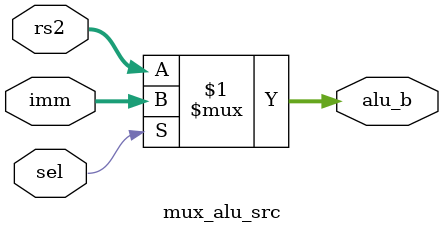
<source format=v>
module mux_alu_src (
    input wire sel,  // ALUSrc from Control
    input wire [31:0] rs2, imm,
    output wire [31:0] alu_b
);

assign alu_b = sel ? imm : rs2;

endmodule
</source>
